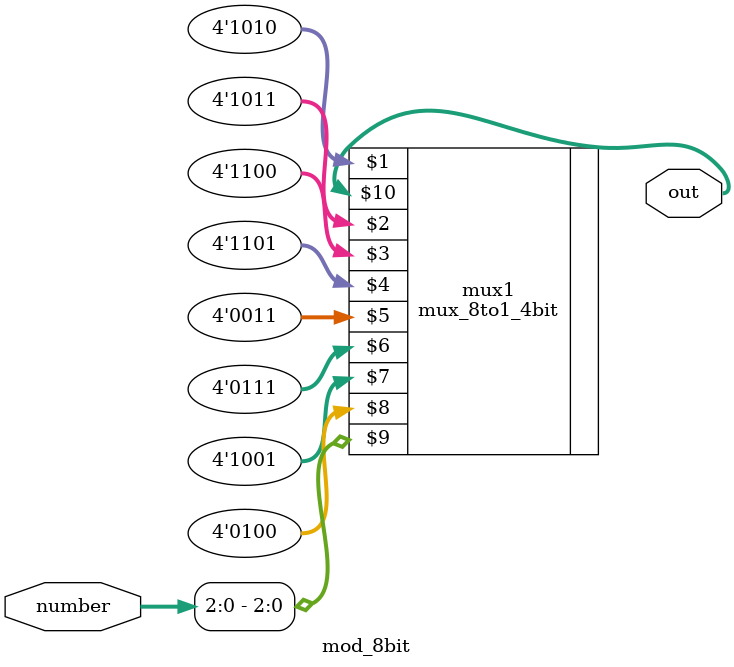
<source format=v>
`include "mux_8to1_4bit.v"
module mod_8bit(input [7:0]number,output [3:0]out);
wire [2:0] select;
mux_8to1_4bit mux1(4'd10,4'd11,4'd12,4'd13,4'd3,4'd7,4'd9,4'd4,number[2:0],out);
endmodule
</source>
